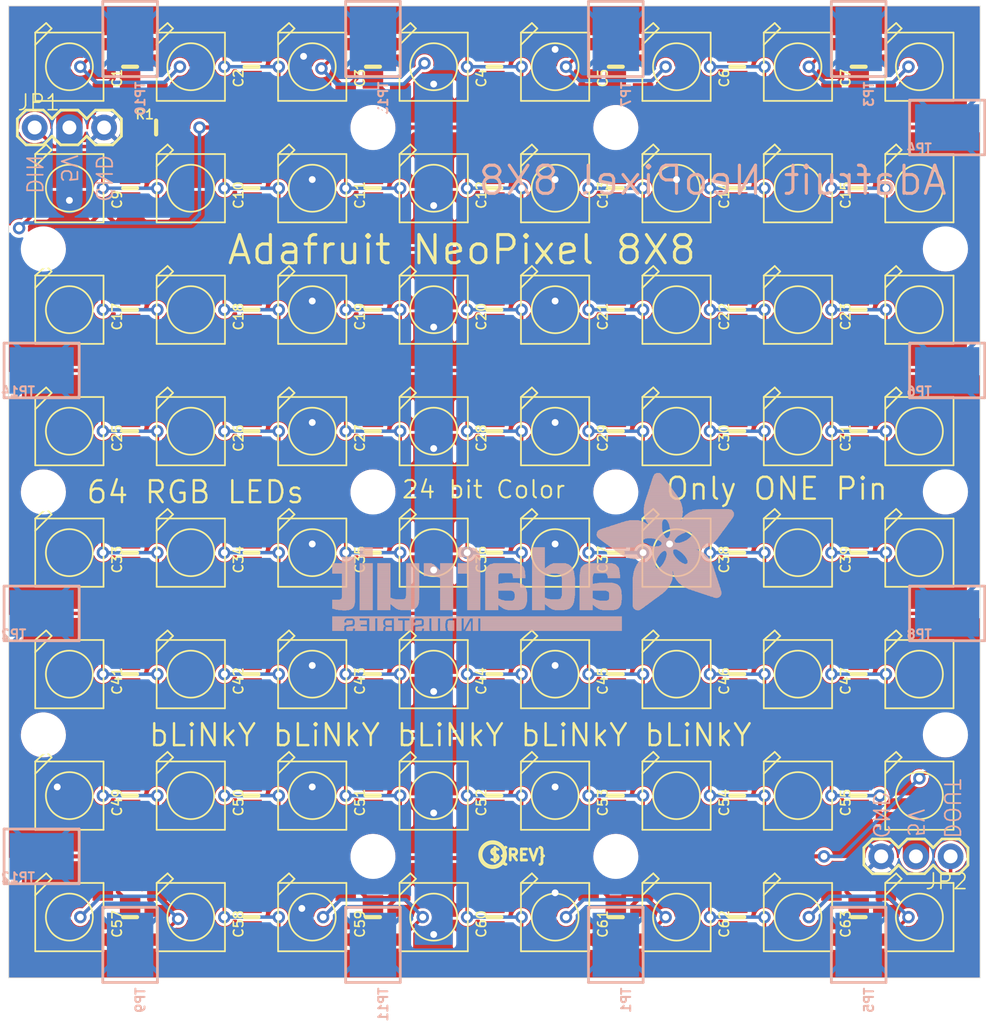
<source format=kicad_pcb>
(kicad_pcb (version 20221018) (generator pcbnew)
  (layers (0 "F.Cu" signal) (31 "B.Cu" signal) (34 "B.Paste" user) (35 "F.Paste" user) (36 "B.SilkS" user "B.Silkscreen") (37 "F.SilkS" user "F.Silkscreen") (38 "B.Mask" user) (39 "F.Mask" user) (44 "Edge.Cuts" user))
  (net 0 "")
  (net 1 "GND")
  (net 2 "N$33")
  (net 3 "N$34")
  (net 4 "N$35")
  (net 5 "N$36")
  (net 6 "N$37")
  (net 7 "N$38")
  (net 8 "N$39")
  (net 9 "N$40")
  (net 10 "N$41")
  (net 11 "N$42")
  (net 12 "N$43")
  (net 13 "N$44")
  (net 14 "N$45")
  (net 15 "N$46")
  (net 16 "N$47")
  (net 17 "N$48")
  (net 18 "N$49")
  (net 19 "N$50")
  (net 20 "N$51")
  (net 21 "N$52")
  (net 22 "N$53")
  (net 23 "N$54")
  (net 24 "N$55")
  (net 25 "N$56")
  (net 26 "N$57")
  (net 27 "N$58")
  (net 28 "N$59")
  (net 29 "N$60")
  (net 30 "N$93")
  (net 31 "N$94")
  (net 32 "N$95")
  (net 33 "N$96")
  (net 34 "N$97")
  (net 35 "N$98")
  (net 36 "N$99")
  (net 37 "N$100")
  (net 38 "N$101")
  (net 39 "N$102")
  (net 40 "N$103")
  (net 41 "N$104")
  (net 42 "N$105")
  (net 43 "N$106")
  (net 44 "N$107")
  (net 45 "N$108")
  (net 46 "N$109")
  (net 47 "N$110")
  (net 48 "N$111")
  (net 49 "N$112")
  (net 50 "N$113")
  (net 51 "N$114")
  (net 52 "N$115")
  (net 53 "N$116")
  (net 54 "N$117")
  (net 55 "N$118")
  (net 56 "N$119")
  (net 57 "N$120")
  (net 58 "VDD")
  (net 59 "N$2")
  (net 60 "N$3")
  (net 61 "N$4")
  (net 62 "N$5")
  (net 63 "N$6")
  (net 64 "N$7")
  (net 65 "N$8")
  (net 66 "N$1")
  (net 67 "N$9")
  (net 68 "N$10")
  (footprint "" (layer "F.Cu") (at 157.3911 131.6736)
    (fp_text reference "@HOLE11" hide)
    (fp_text value "")
  )
  (footprint "working:WS2812B" (layer "F.Cu") (at 152.9461 136.1186)
    (fp_text reference "LED61" hide)
    (fp_text value "WS2812B5050" hide)
  )
  (footprint "working:0805-NO" (layer "F.Cu") (at 148.5011 100.5586 90)
    (fp_text reference "C28")
    (fp_text value "")
  )
  (footprint "working:WS2812B" (layer "F.Cu") (at 179.6161 82.7786)
    (fp_text reference "LED16" hide)
    (fp_text value "WS2812B5050" hide)
  )
  (footprint "working:WS2812B" (layer "F.Cu") (at 179.6161 127.2286)
    (fp_text reference "LED56" hide)
    (fp_text value "WS2812B5050" hide)
  )
  (footprint "working:WS2812B" (layer "F.Cu") (at 179.6161 118.3386)
    (fp_text reference "LED48" hide)
    (fp_text value "WS2812B5050" hide)
  )
  (footprint "working:WS2812B" (layer "F.Cu") (at 161.8361 73.8886)
    (fp_text reference "LED6" hide)
    (fp_text value "WS2812B5050" hide)
  )
  (footprint "working:PCBFEAT-REV-040" (layer "F.Cu") (at 148.3741 131.5466)
    (fp_text reference "U$2" hide)
    (fp_text value "" hide)
  )
  (footprint "working:WS2812B" (layer "F.Cu") (at 179.6161 73.8886)
    (fp_text reference "LED8" hide)
    (fp_text value "WS2812B5050" hide)
  )
  (footprint "working:WS2812B" (layer "F.Cu") (at 161.8361 127.2286)
    (fp_text reference "LED54" hide)
    (fp_text value "WS2812B5050" hide)
  )
  (footprint "working:WS2812B" (layer "F.Cu") (at 144.0561 109.4486)
    (fp_text reference "LED36" hide)
    (fp_text value "WS2812B5050" hide)
  )
  (footprint "working:0805-NO" (layer "F.Cu") (at 139.6111 91.6686 90)
    (fp_text reference "C19")
    (fp_text value "")
  )
  (footprint "working:FIDUCIAL_1MM" (layer "F.Cu") (at 121.4501 131.6736)
    (fp_text reference "FID2" hide)
    (fp_text value "FIDUCIAL\"\"" hide)
  )
  (footprint "working:0805-NO" (layer "F.Cu") (at 175.1711 91.6686 90)
    (fp_text reference "C23")
    (fp_text value "")
  )
  (footprint "working:WS2812B" (layer "F.Cu") (at 144.0561 136.1186)
    (fp_text reference "LED60" hide)
    (fp_text value "WS2812B5050" hide)
  )
  (footprint "working:0805-NO" (layer "F.Cu") (at 148.5011 91.6686 90)
    (fp_text reference "C20")
    (fp_text value "")
  )
  (footprint "working:0805-NO" (layer "F.Cu") (at 121.8311 136.1186 90)
    (fp_text reference "C57")
    (fp_text value "")
  )
  (footprint "working:0805-NO" (layer "F.Cu") (at 130.7211 109.4486 90)
    (fp_text reference "C34")
    (fp_text value "")
  )
  (footprint "working:WS2812B" (layer "F.Cu") (at 117.3861 136.1186)
    (fp_text reference "LED57" hide)
    (fp_text value "WS2812B5050" hide)
  )
  (footprint "working:WS2812B" (layer "F.Cu") (at 170.7261 136.1186)
    (fp_text reference "LED63" hide)
    (fp_text value "WS2812B5050" hide)
  )
  (footprint "working:0805-NO" (layer "F.Cu") (at 166.2811 91.6686 90)
    (fp_text reference "C22")
    (fp_text value "")
  )
  (footprint "working:0805-NO" (layer "F.Cu") (at 175.1711 109.4486 90)
    (fp_text reference "C39")
    (fp_text value "")
  )
  (footprint "working:FIDUCIAL_1MM" (layer "F.Cu") (at 175.1711 78.7146)
    (fp_text reference "FID3" hide)
    (fp_text value "FIDUCIAL\"\"" hide)
  )
  (footprint "" (layer "F.Cu") (at 181.5211 105.0036)
    (fp_text reference "@HOLE4" hide)
    (fp_text value "")
  )
  (footprint "working:WS2812B" (layer "F.Cu") (at 161.8361 82.7786)
    (fp_text reference "LED14" hide)
    (fp_text value "WS2812B5050" hide)
  )
  (footprint "" (layer "F.Cu") (at 157.3911 78.3336)
    (fp_text reference "@HOLE7" hide)
    (fp_text value "")
  )
  (footprint "working:WS2812B" (layer "F.Cu") (at 135.1661 118.3386)
    (fp_text reference "LED43" hide)
    (fp_text value "WS2812B5050" hide)
  )
  (footprint "working:0805-NO" (layer "F.Cu") (at 130.7211 136.1186 90)
    (fp_text reference "C58")
    (fp_text value "")
  )
  (footprint "working:0805-NO" (layer "F.Cu") (at 139.6111 136.1186 90)
    (fp_text reference "C59")
    (fp_text value "")
  )
  (footprint "working:WS2812B" (layer "F.Cu") (at 135.1661 91.6686)
    (fp_text reference "LED19" hide)
    (fp_text value "WS2812B5050" hide)
  )
  (footprint "working:0805-NO" (layer "F.Cu") (at 148.5011 118.3386 90)
    (fp_text reference "C44")
    (fp_text value "")
  )
  (footprint "working:0805-NO" (layer "F.Cu") (at 175.1711 73.8886 90)
    (fp_text reference "C7")
    (fp_text value "")
  )
  (footprint "working:0805-NO" (layer "F.Cu") (at 175.1711 100.5586 90)
    (fp_text reference "C31")
    (fp_text value "")
  )
  (footprint "working:0805-NO" (layer "F.Cu") (at 139.6111 109.4486 90)
    (fp_text reference "C35")
    (fp_text value "")
  )
  (footprint "working:0805-NO" (layer "F.Cu") (at 148.5011 109.4486 90)
    (fp_text reference "C36")
    (fp_text value "")
  )
  (footprint "working:WS2812B" (layer "F.Cu") (at 135.1661 82.7786)
    (fp_text reference "LED11" hide)
    (fp_text value "WS2812B5050" hide)
  )
  (footprint "working:WS2812B" (layer "F.Cu") (at 179.6161 100.5586)
    (fp_text reference "LED32" hide)
    (fp_text value "WS2812B5050" hide)
  )
  (footprint "working:0805-NO" (layer "F.Cu") (at 166.2811 73.8886 90)
    (fp_text reference "C6")
    (fp_text value "")
  )
  (footprint "working:WS2812B" (layer "F.Cu") (at 126.2761 91.6686)
    (fp_text reference "LED18" hide)
    (fp_text value "WS2812B5050" hide)
  )
  (footprint "" (layer "F.Cu") (at 139.6111 105.0036)
    (fp_text reference "@HOLE8" hide)
    (fp_text value "")
  )
  (footprint "working:WS2812B" (layer "F.Cu") (at 135.1661 100.5586)
    (fp_text reference "LED27" hide)
    (fp_text value "WS2812B5050" hide)
  )
  (footprint "working:WS2812B" (layer "F.Cu") (at 117.3861 82.7786)
    (fp_text reference "LED9" hide)
    (fp_text value "WS2812B5050" hide)
  )
  (footprint "working:0805-NO" (layer "F.Cu") (at 121.8311 127.2286 90)
    (fp_text reference "C49")
    (fp_text value "")
  )
  (footprint "" (layer "F.Cu") (at 115.4811 87.2236)
    (fp_text reference "@HOLE0" hide)
    (fp_text value "")
  )
  (footprint "working:WS2812B" (layer "F.Cu") (at 152.9461 73.8886)
    (fp_text reference "LED5" hide)
    (fp_text value "WS2812B5050" hide)
  )
  (footprint "working:WS2812B" (layer "F.Cu") (at 170.7261 127.2286)
    (fp_text reference "LED55" hide)
    (fp_text value "WS2812B5050" hide)
  )
  (footprint "working:WS2812B" (layer "F.Cu") (at 179.6161 91.6686)
    (fp_text reference "LED24" hide)
    (fp_text value "WS2812B5050" hide)
  )
  (footprint "" (layer "F.Cu") (at 157.3911 105.0036)
    (fp_text reference "@HOLE9" hide)
    (fp_text value "")
  )
  (footprint "working:0805-NO" (layer "F.Cu") (at 139.6111 82.7786 90)
    (fp_text reference "C11")
    (fp_text value "")
  )
  (footprint "working:WS2812B" (layer "F.Cu") (at 117.3861 100.5586)
    (fp_text reference "LED25" hide)
    (fp_text value "WS2812B5050" hide)
  )
  (footprint "working:0805-NO" (layer "F.Cu") (at 121.8311 118.3386 90)
    (fp_text reference "C41")
    (fp_text value "")
  )
  (footprint "working:WS2812B" (layer "F.Cu") (at 170.7261 100.5586)
    (fp_text reference "LED31" hide)
    (fp_text value "WS2812B5050" hide)
  )
  (footprint "working:WS2812B" (layer "F.Cu") (at 144.0561 127.2286)
    (fp_text reference "LED52" hide)
    (fp_text value "WS2812B5050" hide)
  )
  (footprint "working:WS2812B" (layer "F.Cu") (at 126.2761 127.2286)
    (fp_text reference "LED50" hide)
    (fp_text value "WS2812B5050" hide)
  )
  (footprint "working:WS2812B" (layer "F.Cu") (at 170.7261 118.3386)
    (fp_text reference "LED47" hide)
    (fp_text value "WS2812B5050" hide)
  )
  (footprint "working:0805-NO" (layer "F.Cu") (at 175.1711 82.7786 90)
    (fp_text reference "C15")
    (fp_text value "")
  )
  (footprint "working:WS2812B" (layer "F.Cu") (at 117.3861 109.4486)
    (fp_text reference "LED33" hide)
    (fp_text value "WS2812B5050" hide)
  )
  (footprint "" (layer "F.Cu") (at 139.6111 131.6736)
    (fp_text reference "@HOLE10" hide)
    (fp_text value "")
  )
  (footprint "working:0805-NO" (layer "F.Cu") (at 139.6111 73.8886 90)
    (fp_text reference "C3")
    (fp_text value "")
  )
  (footprint "working:WS2812B" (layer "F.Cu") (at 170.7261 91.6686)
    (fp_text reference "LED23" hide)
    (fp_text value "WS2812B5050" hide)
  )
  (footprint "working:WS2812B" (layer "F.Cu") (at 179.6161 136.1186)
    (fp_text reference "LED64" hide)
    (fp_text value "WS2812B5050" hide)
  )
  (footprint "working:WS2812B" (layer "F.Cu") (at 135.1661 136.1186)
    (fp_text reference "LED59" hide)
    (fp_text value "WS2812B5050" hide)
  )
  (footprint "working:0805-NO" (layer "F.Cu") (at 166.2811 127.2286 90)
    (fp_text reference "C54")
    (fp_text value "")
  )
  (footprint "working:0805-NO" (layer "F.Cu") (at 166.2811 136.1186 90)
    (fp_text reference "C62")
    (fp_text value "")
  )
  (footprint "working:WS2812B" (layer "F.Cu") (at 126.2761 73.8886)
    (fp_text reference "LED2" hide)
    (fp_text value "WS2812B5050" hide)
  )
  (footprint "working:0805-NO" (layer "F.Cu") (at 130.7211 127.2286 90)
    (fp_text reference "C50")
    (fp_text value "")
  )
  (footprint "working:WS2812B" (layer "F.Cu") (at 152.9461 118.3386)
    (fp_text reference "LED45" hide)
    (fp_text value "WS2812B5050" hide)
  )
  (footprint "working:WS2812B" (layer "F.Cu") (at 179.6161 109.4486)
    (fp_text reference "LED40" hide)
    (fp_text value "WS2812B5050" hide)
  )
  (footprint "working:0805-NO" (layer "F.Cu") (at 157.3911 91.6686 90)
    (fp_text reference "C21")
    (fp_text value "")
  )
  (footprint "working:1X03" (layer "F.Cu") (at 181.9021 131.6736 180)
    (fp_text reference "JP2")
    (fp_text value "")
  )
  (footprint "" (layer "F.Cu") (at 115.4811 122.7836)
    (fp_text reference "@HOLE2" hide)
    (fp_text value "")
  )
  (footprint "working:WS2812B" (layer "F.Cu") (at 144.0561 82.7786)
    (fp_text reference "LED12" hide)
    (fp_text value "WS2812B5050" hide)
  )
  (footprint "working:0805-NO" (layer "F.Cu") (at 175.1711 127.2286 90)
    (fp_text reference "C55")
    (fp_text value "")
  )
  (footprint "working:0805-NO" (layer "F.Cu") (at 157.3911 100.5586 90)
    (fp_text reference "C29")
    (fp_text value "")
  )
  (footprint "working:0805-NO" (layer "F.Cu") (at 157.3911 127.2286 90)
    (fp_text reference "C53")
    (fp_text value "")
  )
  (footprint "working:WS2812B" (layer "F.Cu") (at 161.8361 136.1186)
    (fp_text reference "LED62" hide)
    (fp_text value "WS2812B5050" hide)
  )
  (footprint "working:WS2812B" (layer "F.Cu") (at 152.9461 109.4486)
    (fp_text reference "LED37" hide)
    (fp_text value "WS2812B5050" hide)
  )
  (footprint "working:WS2812B" (layer "F.Cu") (at 161.8361 91.6686)
    (fp_text reference "LED22" hide)
    (fp_text value "WS2812B5050" hide)
  )
  (footprint "working:0805-NO" (layer "F.Cu") (at 121.8311 73.8886 90)
    (fp_text reference "C1")
    (fp_text value "")
  )
  (footprint "working:0805-NO" (layer "F.Cu") (at 121.8311 109.4486 90)
    (fp_text reference "C33")
    (fp_text value "")
  )
  (footprint "working:0805-NO" (layer "F.Cu") (at 157.3911 118.3386 90)
    (fp_text reference "C45")
    (fp_text value "")
  )
  (footprint "working:WS2812B" (layer "F.Cu") (at 170.7261 82.7786)
    (fp_text reference "LED15" hide)
    (fp_text value "WS2812B5050" hide)
  )
  (footprint "working:FIDUCIAL_1MM" (layer "F.Cu") (at 118.4021 86.8426)
    (fp_text reference "FID1" hide)
    (fp_text value "FIDUCIAL\"\"" hide)
  )
  (footprint "" (layer "F.Cu") (at 115.4811 105.0036)
    (fp_text reference "@HOLE1" hide)
    (fp_text value "")
  )
  (footprint "working:1X03" (layer "F.Cu") (at 114.8461 78.3336)
    (fp_text reference "JP1")
    (fp_text value "")
  )
  (footprint "working:0805-NO" (layer "F.Cu") (at 139.6111 127.2286 90)
    (fp_text reference "C51")
    (fp_text value "")
  )
  (footprint "working:WS2812B" (layer "F.Cu") (at 126.2761 100.5586)
    (fp_text reference "LED26" hide)
    (fp_text value "WS2812B5050" hide)
  )
  (footprint "working:WS2812B" (layer "F.Cu") (at 170.7261 109.4486)
    (fp_text reference "LED39" hide)
    (fp_text value "WS2812B5050" hide)
  )
  (footprint "" (layer "F.Cu") (at 181.5211 122.7836)
    (fp_text reference "@HOLE3" hide)
    (fp_text value "")
  )
  (footprint "working:0805-NO" (layer "F.Cu") (at 148.5011 73.8886 90)
    (fp_text reference "C4")
    (fp_text value "")
  )
  (footprint "working:0805-NO" (layer "F.Cu") (at 130.7211 100.5586 90)
    (fp_text reference "C26")
    (fp_text value "")
  )
  (footprint "working:0805-NO" (layer "F.Cu") (at 175.1711 118.3386 90)
    (fp_text reference "C47")
    (fp_text value "")
  )
  (footprint "working:0805-NO" (layer "F.Cu") (at 130.7211 82.7786 90)
    (fp_text reference "C10")
    (fp_text value "")
  )
  (footprint "working:0805-NO" (layer "F.Cu") (at 123.7361 78.3336)
    (fp_text reference "R1")
    (fp_text value "")
  )
  (footprint "working:WS2812B" (layer "F.Cu") (at 161.8361 100.5586)
    (fp_text reference "LED30" hide)
    (fp_text value "WS2812B5050" hide)
  )
  (footprint "working:WS2812B" (layer "F.Cu") (at 126.2761 82.7786)
    (fp_text reference "LED10" hide)
    (fp_text value "WS2812B5050" hide)
  )
  (footprint "working:WS2812B" (layer "F.Cu") (at 135.1661 109.4486)
    (fp_text reference "LED35" hide)
    (fp_text value "WS2812B5050" hide)
  )
  (footprint "working:WS2812B" (layer "F.Cu") (at 126.2761 109.4486)
    (fp_text reference "LED34" hide)
    (fp_text value "WS2812B5050" hide)
  )
  (footprint "working:WS2812B" (layer "F.Cu") (at 144.0561 118.3386)
    (fp_text reference "LED44" hide)
    (fp_text value "WS2812B5050" hide)
  )
  (footprint "working:WS2812B" (layer "F.Cu") (at 170.7261 73.8886)
    (fp_text reference "LED7" hide)
    (fp_text value "WS2812B5050" hide)
  )
  (footprint "working:0805-NO" (layer "F.Cu") (at 130.7211 91.6686 90)
    (fp_text reference "C18")
    (fp_text value "")
  )
  (footprint "working:0805-NO" (layer "F.Cu") (at 157.3911 82.7786 90)
    (fp_text reference "C13")
    (fp_text value "")
  )
  (footprint "working:0805-NO" (layer "F.Cu") (at 157.3911 109.4486 90)
    (fp_text reference "C37")
    (fp_text value "")
  )
  (footprint "working:WS2812B" (layer "F.Cu") (at 161.8361 118.3386)
    (fp_text reference "LED46" hide)
    (fp_text value "WS2812B5050" hide)
  )
  (footprint "" (layer "F.Cu") (at 181.5211 87.2236)
    (fp_text reference "@HOLE5" hide)
    (fp_text value "")
  )
  (footprint "working:WS2812B" (layer "F.Cu") (at 126.2761 136.1186)
    (fp_text reference "LED58" hide)
    (fp_text value "WS2812B5050" hide)
  )
  (footprint "working:0805-NO" (layer "F.Cu") (at 121.8311 100.5586 90)
    (fp_text reference "C25")
    (fp_text value "")
  )
  (footprint "working:0805-NO" (layer "F.Cu") (at 148.5011 127.2286 90)
    (fp_text reference "C52")
    (fp_text value "")
  )
  (footprint "working:WS2812B" (layer "F.Cu") (at 117.3861 118.3386)
    (fp_text reference "LED41" hide)
    (fp_text value "WS2812B5050" hide)
  )
  (footprint "working:WS2812B" (layer "F.Cu") (at 144.0561 100.5586)
    (fp_text reference "LED28" hide)
    (fp_text value "WS2812B5050" hide)
  )
  (footprint "working:0805-NO" (layer "F.Cu") (at 130.7211 73.8886 90)
    (fp_text reference "C2")
    (fp_text value "")
  )
  (footprint "working:WS2812B" (layer "F.Cu") (at 117.3861 127.2286)
    (fp_text reference "LED49" hide)
    (fp_text value "WS2812B5050" hide)
  )
  (footprint "working:WS2812B" (layer "F.Cu") (at 135.1661 73.8886)
    (fp_text reference "LED3" hide)
    (fp_text value "WS2812B5050" hide)
  )
  (footprint "working:WS2812B" (layer "F.Cu") (at 135.1661 127.2286)
    (fp_text reference "LED51" hide)
    (fp_text value "WS2812B5050" hide)
  )
  (footprint "working:WS2812B" (layer "F.Cu") (at 161.8361 109.4486)
    (fp_text reference "LED38" hide)
    (fp_text value "WS2812B5050" hide)
  )
  (footprint "working:0805-NO" (layer "F.Cu") (at 166.2811 109.4486 90)
    (fp_text reference "C38")
    (fp_text value "")
  )
  (footprint "working:WS2812B" (layer "F.Cu") (at 152.9461 100.5586)
    (fp_text reference "LED29" hide)
    (fp_text value "WS2812B5050" hide)
  )
  (footprint "" (layer "F.Cu") (at 139.6111 78.3336)
    (fp_text reference "@HOLE6" hide)
    (fp_text value "")
  )
  (footprint "working:WS2812B" (layer "F.Cu") (at 152.9461 91.6686)
    (fp_text reference "LED21" hide)
    (fp_text value "WS2812B5050" hide)
  )
  (footprint "working:0805-NO" (layer "F.Cu") (at 166.2811 82.7786 90)
    (fp_text reference "C14")
    (fp_text value "")
  )
  (footprint "working:WS2812B" (layer "F.Cu") (at 126.2761 118.3386)
    (fp_text reference "LED42" hide)
    (fp_text value "WS2812B5050" hide)
  )
  (footprint "working:WS2812B" (layer "F.Cu") (at 152.9461 82.7786)
    (fp_text reference "LED13" hide)
    (fp_text value "WS2812B5050" hide)
  )
  (footprint "working:0805-NO" (layer "F.Cu") (at 175.1711 136.1186 90)
    (fp_text reference "C63")
    (fp_text value "")
  )
  (footprint "working:0805-NO" (layer "F.Cu") (at 121.8311 91.6686 90)
    (fp_text reference "C17")
    (fp_text value "")
  )
  (footprint "working:0805-NO" (layer "F.Cu") (at 157.3911 73.8886 90)
    (fp_text reference "C5")
    (fp_text value "")
  )
  (footprint "working:0805-NO" (layer "F.Cu") (at 148.5011 82.7786 90)
    (fp_text reference "C12")
    (fp_text value "")
  )
  (footprint "working:0805-NO" (layer "F.Cu") (at 121.8311 82.7786 90)
    (fp_text reference "C9")
    (fp_text value "")
  )
  (footprint "working:WS2812B" (layer "F.Cu") (at 117.3861 91.6686)
    (fp_text reference "LED17" hide)
    (fp_text value "WS2812B5050" hide)
  )
  (footprint "working:0805-NO" (layer "F.Cu") (at 157.3911 136.1186 90)
    (fp_text reference "C61")
    (fp_text value "")
  )
  (footprint "working:WS2812B" (layer "F.Cu") (at 117.3861 73.8886)
    (fp_text reference "LED1" hide)
    (fp_text value "WS2812B5050" hide)
  )
  (footprint "working:0805-NO" (layer "F.Cu") (at 130.7211 118.3386 90)
    (fp_text reference "C42")
    (fp_text value "")
  )
  (footprint "working:WS2812B" (layer "F.Cu") (at 144.0561 91.6686)
    (fp_text reference "LED20" hide)
    (fp_text value "WS2812B5050" hide)
  )
  (footprint "working:WS2812B" (layer "F.Cu") (at 144.0561 73.8886)
    (fp_text reference "LED4" hide)
    (fp_text value "WS2812B5050" hide)
  )
  (footprint "working:0805-NO" (layer "F.Cu") (at 139.6111 100.5586 90)
    (fp_text reference "C27")
    (fp_text value "")
  )
  (footprint "working:0805-NO" (layer "F.Cu") (at 139.6111 118.3386 90)
    (fp_text reference "C43")
    (fp_text value "")
  )
  (footprint "working:0805-NO" (layer "F.Cu") (at 166.2811 100.5586 90)
    (fp_text reference "C30")
    (fp_text value "")
  )
  (footprint "working:0805-NO" (layer "F.Cu") (at 166.2811 118.3386 90)
    (fp_text reference "C46")
    (fp_text value "")
  )
  (footprint "working:0805-NO" (layer "F.Cu") (at 148.5011 136.1186 90)
    (fp_text reference "C60")
    (fp_text value "")
  )
  (footprint "working:WS2812B" (layer "F.Cu") (at 152.9461 127.2286)
    (fp_text reference "LED53" hide)
    (fp_text value "WS2812B5050" hide)
  )
  (footprint "working:TESTPOINT_SMT" (layer "B.Cu") (at 139.6111 138.1506 -90)
    (fp_text reference "TP11")
    (fp_text value "")
  )
  (footprint "working:TESTPOINT_SMT" (layer "B.Cu") (at 181.6481 113.8936 180)
    (fp_text reference "TP8")
    (fp_text value "")
  )
  (footprint "working:TESTPOINT_SMT" (layer "B.Cu") (at 175.1711 71.8566 -90)
    (fp_text reference "TP3")
    (fp_text value "")
  )
  (footprint "working:TESTPOINT_SMT" (layer "B.Cu") (at 115.3541 96.1136 180)
    (fp_text reference "TP14")
    (fp_text value "")
  )
  (footprint "working:TESTPOINT_SMT" (layer "B.Cu") (at 115.3541 131.6736 180)
    (fp_text reference "TP12")
    (fp_text value "")
  )
  (footprint "working:TESTPOINT_SMT" (layer "B.Cu") (at 175.1711 138.1506 -90)
    (fp_text reference "TP5")
    (fp_text value "")
  )
  (footprint "working:TESTPOINT_SMT" (layer "B.Cu") (at 157.3911 71.8566 -90)
    (fp_text reference "TP7")
    (fp_text value "")
  )
  (footprint "working:TESTPOINT_SMT" (layer "B.Cu") (at 121.8311 138.1506 -90)
    (fp_text reference "TP9")
    (fp_text value "")
  )
  (footprint "working:TESTPOINT_SMT" (layer "B.Cu") (at 181.6481 96.1136 180)
    (fp_text reference "TP6")
    (fp_text value "")
  )
  (footprint "working:TESTPOINT_SMT" (layer "B.Cu") (at 121.8311 71.8566 -90)
    (fp_text reference "TP10")
    (fp_text value "")
  )
  (footprint "working:TESTPOINT_SMT" (layer "B.Cu") (at 157.3911 138.1506 -90)
    (fp_text reference "TP1")
    (fp_text value "")
  )
  (footprint "working:ADAFRUIT_TEXT_30MM" (layer "B.Cu") (at 166.2811 115.1636 180)
    (fp_text reference "U$1" hide)
    (fp_text value "" hide)
  )
  (footprint "working:TESTPOINT_SMT" (layer "B.Cu") (at 181.6481 78.3336 180)
    (fp_text reference "TP4")
    (fp_text value "")
  )
  (footprint "working:TESTPOINT_SMT" (layer "B.Cu") (at 139.6111 71.8566 -90)
    (fp_text reference "TP13")
    (fp_text value "")
  )
  (footprint "working:TESTPOINT_SMT" (layer "B.Cu") (at 115.3541 113.8936 180)
    (fp_text reference "TP2")
    (fp_text value "")
  )
  (gr_line (start 112.9411 69.4436) (end 112.9411 140.5636) (stroke (width 0.05)) (layer "Edge.Cuts"))
  (gr_line (start 112.9411 140.5636) (end 184.0611 140.5636) (stroke (width 0.05)) (layer "Edge.Cuts"))
  (gr_line (start 184.0611 140.5636) (end 184.0611 69.4436) (stroke (width 0.05)) (layer "Edge.Cuts"))
  (gr_line (start 184.0611 69.4436) (end 112.9411 69.4436) (stroke (width 0.05)) (layer "Edge.Cuts"))
  (gr_text "DOUT" (at 181.3306 130.4671 -90) (layer "B.SilkS") (effects (font (size 1.143 1.143) (thickness 0.127)) (justify left bottom mirror)))
  (gr_text "5V" (at 178.6636 130.3401 -90) (layer "B.SilkS") (effects (font (size 1.143 1.143) (thickness 0.127)) (justify left bottom mirror)))
  (gr_text "Adafruit NeoPixel 8X8" (at 181.7751 83.4136) (layer "B.SilkS") (effects (font (size 2.0574 2.0574) (thickness 0.2286)) (justify left bottom mirror)))
  (gr_text "5V" (at 118.0211 80.2386 -90) (layer "B.SilkS") (effects (font (size 1.143 1.143) (thickness 0.127)) (justify right top mirror)))
  (gr_text "DIN" (at 115.4811 80.2386 -90) (layer "B.SilkS") (effects (font (size 1.143 1.143) (thickness 0.127)) (justify right top mirror)))
  (gr_text "GND" (at 120.5611 80.2386 -90) (layer "B.SilkS") (effects (font (size 1.143 1.143) (thickness 0.127)) (justify right top mirror)))
  (gr_text "GND" (at 176.1236 130.4671 -90) (layer "B.SilkS") (effects (font (size 1.143 1.143) (thickness 0.127)) (justify left bottom mirror)))
  (gr_text "64 RGB LEDs" (at 118.5291 105.9561) (layer "F.SilkS") (effects (font (size 1.6002 1.6002) (thickness 0.1778)) (justify left bottom)))
  (gr_text "Adafruit NeoPixel 8X8" (at 128.8161 88.4936) (layer "F.SilkS") (effects (font (size 2.0574 2.0574) (thickness 0.2286)) (justify left bottom)))
  (gr_text "24 bit Color" (at 141.6431 105.5751) (layer "F.SilkS") (effects (font (size 1.28016 1.28016) (thickness 0.14224)) (justify left bottom)))
  (gr_text "Only ONE Pin" (at 160.9471 105.7021) (layer "F.SilkS") (effects (font (size 1.6002 1.6002) (thickness 0.1778)) (justify left bottom)))
  (gr_text "bLiNkY bLiNkY bLiNkY bLiNkY bLiNkY" (at 123.1011 123.7361) (layer "F.SilkS") (effects (font (size 1.6002 1.6002) (thickness 0.1778)) (justify left bottom)))
  (segment (start 158.0251 81.1286) (end 159.3861 81.1286) (width 0.3048) (layer "F.Cu") (net 1))
  (segment (start 140.2451 81.1286) (end 141.6061 81.1286) (width 0.3048) (layer "F.Cu") (net 1))
  (segment (start 158.0251 134.4686) (end 159.3861 134.4686) (width 0.3048) (layer "F.Cu") (net 1))
  (segment (start 139.6111 135.1686) (end 139.9921 134.7216) (width 0.3048) (layer "F.Cu") (net 1))
  (segment (start 141.0071 134.4686) (end 141.6061 134.4686) (width 0.3048) (layer "F.Cu") (net 1))
  (segment (start 140.2451 107.7986) (end 141.6061 107.7986) (width 0.3048) (layer "F.Cu") (net 1))
  (segment (start 158.0251 107.7986) (end 159.3861 107.7986) (width 0.3048) (layer "F.Cu") (net 1))
  (segment (start 157.3911 108.4986) (end 158.0251 107.7986) (width 0.3048) (layer "F.Cu") (net 1))
  (segment (start 139.6111 108.4986) (end 140.2451 107.7986) (width 0.3048) (layer "F.Cu") (net 1))
  (segment (start 140.7541 134.7216) (end 141.0071 134.4686) (width 0.3048) (layer "F.Cu") (net 1))
  (segment (start 157.3911 81.8286) (end 158.0251 81.1286) (width 0.3048) (layer "F.Cu") (net 1))
  (segment (start 157.3911 135.1686) (end 158.0251 134.4686) (width 0.3048) (layer "F.Cu") (net 1))
  (segment (start 139.9921 134.7216) (end 140.7541 134.7216) (width 0.3048) (layer "F.Cu") (net 1))
  (segment (start 139.6111 81.8286) (end 140.2451 81.1286) (width 0.3048) (layer "F.Cu") (net 1))
  (via (at 134.4041 135.4836) (size 0.9064) (drill 0.5) (layers "F.Cu" "B.Cu") (net 1))
  (via (at 161.3281 108.8136) (size 0.9064) (drill 0.5) (layers "F.Cu" "B.Cu") (net 1))
  (via (at 116.4971 126.5936) (size 0.9064) (drill 0.5) (layers "F.Cu" "B.Cu") (net 1))
  (via (at 134.5311 73.1266) (size 0.9064) (drill 0.5) (layers "F.Cu" "B.Cu") (net 1))
  (via (at 135.1661 126.5936) (size 0.9064) (drill 0.5) (layers "F.Cu" "B.Cu") (net 1))
  (via (at 152.9461 82.1436) (size 0.9064) (drill 0.5) (layers "F.Cu" "B.Cu") (net 1))
  (via (at 152.9461 117.7036) (size 0.9064) (drill 0.5) (layers "F.Cu" "B.Cu") (net 1))
  (via (at 161.8361 82.1436) (size 0.9064) (drill 0.5) (layers "F.Cu" "B.Cu") (net 1))
  (via (at 135.1661 117.7036) (size 0.9064) (drill 0.5) (layers "F.Cu" "B.Cu") (net 1))
  (via (at 135.1661 99.9236) (size 0.9064) (drill 0.5) (layers "F.Cu" "B.Cu") (net 1))
  (via (at 135.1661 91.0336) (size 0.9064) (drill 0.5) (layers "F.Cu" "B.Cu") (net 1))
  (via (at 152.9461 99.9236) (size 0.9064) (drill 0.5) (layers "F.Cu" "B.Cu") (net 1))
  (via (at 152.9461 134.3406) (size 0.9064) (drill 0.5) (layers "F.Cu" "B.Cu") (net 1))
  (via (at 152.9461 91.0336) (size 0.9064) (drill 0.5) (layers "F.Cu" "B.Cu") (net 1))
  (via (at 152.9461 126.5936) (size 0.9064) (drill 0.5) (layers "F.Cu" "B.Cu") (net 1))
  (via (at 152.9461 72.6186) (size 0.9064) (drill 0.5) (layers "F.Cu" "B.Cu") (net 1))
  (via (at 135.1661 108.8136) (size 0.9064) (drill 0.5) (layers "F.Cu" "B.Cu") (net 1))
  (via (at 135.1661 82.1436) (size 0.9064) (drill 0.5) (layers "F.Cu" "B.Cu") (net 1))
  (via (at 152.9461 108.8136) (size 0.9064) (drill 0.5) (layers "F.Cu" "B.Cu") (net 1))
  (segment (start 123.8261 93.3186) (end 123.8261 91.6686) (width 0.254) (layer "F.Cu") (net 2))
  (segment (start 119.8361 90.0186) (end 119.8361 91.6686) (width 0.254) (layer "F.Cu") (net 2))
  (via (at 123.8261 91.6686) (size 0.9064) (drill 0.5) (layers "F.Cu" "B.Cu") (net 2))
  (via (at 119.8361 91.6686) (size 0.9064) (drill 0.5) (layers "F.Cu" "B.Cu") (net 2))
  (segment (start 123.8261 91.6686) (end 119.8361 91.6686) (width 0.254) (layer "B.Cu") (net 2))
  (segment (start 123.8261 102.2086) (end 123.8261 100.5586) (width 0.254) (layer "F.Cu") (net 3))
  (segment (start 119.8361 100.5586) (end 119.8361 98.9086) (width 0.254) (layer "F.Cu") (net 3))
  (via (at 119.8361 100.5586) (size 0.9064) (drill 0.5) (layers "F.Cu" "B.Cu") (net 3))
  (via (at 123.8261 100.5586) (size 0.9064) (drill 0.5) (layers "F.Cu" "B.Cu") (net 3))
  (segment (start 123.8261 100.5586) (end 119.8361 100.5586) (width 0.254) (layer "B.Cu") (net 3))
  (segment (start 132.7161 102.2086) (end 132.7161 100.5586) (width 0.254) (layer "F.Cu") (net 4))
  (segment (start 128.7261 98.9086) (end 128.7261 100.5586) (width 0.254) (layer "F.Cu") (net 4))
  (via (at 128.7261 100.5586) (size 0.9064) (drill 0.5) (layers "F.Cu" "B.Cu") (net 4))
  (via (at 132.7161 100.5586) (size 0.9064) (drill 0.5) (layers "F.Cu" "B.Cu") (net 4))
  (segment (start 128.7261 100.5586) (end 132.7161 100.5586) (width 0.254) (layer "B.Cu") (net 4))
  (segment (start 128.7261 73.8886) (end 128.7261 72.2386) (width 0.254) (layer "F.Cu") (net 5))
  (segment (start 132.7161 75.5386) (end 132.7161 73.8886) (width 0.254) (layer "F.Cu") (net 5))
  (via (at 132.7161 73.8886) (size 0.9064) (drill 0.5) (layers "F.Cu" "B.Cu") (net 5))
  (via (at 128.7261 73.8886) (size 0.9064) (drill 0.5) (layers "F.Cu" "B.Cu") (net 5))
  (segment (start 132.7161 73.8886) (end 128.7261 73.8886) (width 0.254) (layer "B.Cu") (net 5))
  (segment (start 141.6061 75.5386) (end 143.3841 73.6346) (width 0.254) (layer "F.Cu") (net 6))
  (segment (start 135.8381 74.0156) (end 137.6161 72.2386) (width 0.254) (layer "F.Cu") (net 6))
  (via (at 135.8381 74.0156) (size 0.9064) (drill 0.5) (layers "F.Cu" "B.Cu") (net 6))
  (via (at 143.3841 73.6346) (size 0.9064) (drill 0.5) (layers "F.Cu" "B.Cu") (net 6))
  (segment (start 136.9441 75.1586) (end 135.8381 74.0156) (width 0.254) (layer "B.Cu") (net 6))
  (segment (start 141.8601 75.1586) (end 136.9441 75.1586) (width 0.254) (layer "B.Cu") (net 6))
  (segment (start 143.3841 73.6346) (end 141.8601 75.1586) (width 0.254) (layer "B.Cu") (net 6))
  (segment (start 150.4961 75.5386) (end 150.4961 73.8886) (width 0.254) (layer "F.Cu") (net 7))
  (segment (start 146.5061 73.8886) (end 146.5061 72.2386) (width 0.254) (layer "F.Cu") (net 7))
  (via (at 150.4961 73.8886) (size 0.9064) (drill 0.5) (layers "F.Cu" "B.Cu") (net 7))
  (via (at 146.5061 73.8886) (size 0.9064) (drill 0.5) (layers "F.Cu" "B.Cu") (net 7))
  (segment (start 150.4961 73.8886) (end 146.5061 73.8886) (width 0.254) (layer "B.Cu") (net 7))
  (segment (start 153.7451 73.8886) (end 155.3961 72.2386) (width 0.254) (layer "F.Cu") (net 8))
  (segment (start 159.3861 75.5386) (end 161.0371 73.8886) (width 0.254) (layer "F.Cu") (net 8))
  (via (at 153.7451 73.8886) (size 0.9064) (drill 0.5) (layers "F.Cu" "B.Cu") (net 8))
  (via (at 161.0371 73.8886) (size 0.9064) (drill 0.5) (layers "F.Cu" "B.Cu") (net 8))
  (segment (start 160.0581 74.9046) (end 154.7611 74.9046) (width 0.254) (layer "B.Cu") (net 8))
  (segment (start 161.0371 73.8886) (end 160.0581 74.9046) (width 0.254) (layer "B.Cu") (net 8))
  (segment (start 154.7611 74.9046) (end 153.7451 73.8886) (width 0.254) (layer "B.Cu") (net 8))
  (segment (start 168.2761 75.5386) (end 168.2761 73.8886) (width 0.254) (layer "F.Cu") (net 9))
  (segment (start 164.2861 73.8886) (end 164.2861 72.2386) (width 0.254) (layer "F.Cu") (net 9))
  (via (at 164.2861 73.8886) (size 0.9064) (drill 0.5) (layers "F.Cu" "B.Cu") (net 9))
  (via (at 168.2761 73.8886) (size 0.9064) (drill 0.5) (layers "F.Cu" "B.Cu") (net 9))
  (segment (start 168.2761 73.8886) (end 164.2861 73.8886) (width 0.254) (layer "B.Cu") (net 9))
  (segment (start 173.1761 72.2386) (end 171.5251 73.8886) (width 0.254) (layer "F.Cu") (net 10))
  (segment (start 177.1661 75.5386) (end 178.8171 73.8886) (width 0.254) (layer "F.Cu") (net 10))
  (via (at 171.5251 73.8886) (size 0.9064) (drill 0.5) (layers "F.Cu" "B.Cu") (net 10))
  (via (at 178.8171 73.8886) (size 0.9064) (drill 0.5) (layers "F.Cu" "B.Cu") (net 10))
  (segment (start 177.7111 75.0316) (end 172.6681 75.0316) (width 0.254) (layer "B.Cu") (net 10))
  (segment (start 172.6681 75.0316) (end 171.5251 73.8886) (width 0.254) (layer "B.Cu") (net 10))
  (segment (start 178.8171 73.8886) (end 177.7111 75.0316) (width 0.254) (layer "B.Cu") (net 10))
  (segment (start 132.7161 84.4286) (end 132.7161 82.7786) (width 0.254) (layer "F.Cu") (net 11))
  (segment (start 128.7261 82.7786) (end 128.7261 81.1286) (width 0.254) (layer "F.Cu") (net 11))
  (via (at 128.7261 82.7786) (size 0.9064) (drill 0.5) (layers "F.Cu" "B.Cu") (net 11))
  (via (at 132.7161 82.7786) (size 0.9064) (drill 0.5) (layers "F.Cu" "B.Cu") (net 11))
  (segment (start 132.7161 82.7786) (end 128.7261 82.7786) (width 0.254) (layer "B.Cu") (net 11))
  (segment (start 141.6061 84.4286) (end 141.6061 82.7786) (width 0.254) (layer "F.Cu") (net 12))
  (segment (start 137.6161 81.1286) (end 137.6161 82.7786) (width 0.254) (layer "F.Cu") (net 12))
  (via (at 141.6061 82.7786) (size 0.9064) (drill 0.5) (layers "F.Cu" "B.Cu") (net 12))
  (via (at 137.6161 82.7786) (size 0.9064) (drill 0.5) (layers "F.Cu" "B.Cu") (net 12))
  (segment (start 141.6061 82.7786) (end 137.6161 82.7786) (width 0.254) (layer "B.Cu") (net 12))
  (segment (start 146.5061 82.7786) (end 146.5061 81.1286) (width 0.254) (layer "F.Cu") (net 13))
  (segment (start 150.4961 84.4286) (end 150.4961 82.7786) (width 0.254) (layer "F.Cu") (net 13))
  (via (at 150.4961 82.7786) (size 0.9064) (drill 0.5) (layers "F.Cu" "B.Cu") (net 13))
  (via (at 146.5061 82.7786) (size 0.9064) (drill 0.5) (layers "F.Cu" "B.Cu") (net 13))
  (segment (start 150.4961 82.7786) (end 146.5061 82.7786) (width 0.254) (layer "B.Cu") (net 13))
  (segment (start 159.3861 84.4286) (end 159.3861 82.7786) (width 0.254) (layer "F.Cu") (net 14))
  (segment (start 155.3961 82.7786) (end 155.3961 81.1286) (width 0.254) (layer "F.Cu") (net 14))
  (via (at 159.3861 82.7786) (size 0.9064) (drill 0.5) (layers "F.Cu" "B.Cu") (net 14))
  (via (at 155.3961 82.7786) (size 0.9064) (drill 0.5) (layers "F.Cu" "B.Cu") (net 14))
  (segment (start 159.3861 82.7786) (end 155.3961 82.7786) (width 0.254) (layer "B.Cu") (net 14))
  (segment (start 168.2761 84.4286) (end 168.2761 82.7786) (width 0.254) (layer "F.Cu") (net 15))
  (segment (start 164.2861 82.7786) (end 164.2861 81.1286) (width 0.254) (layer "F.Cu") (net 15))
  (via (at 168.2761 82.7786) (size 0.9064) (drill 0.5) (layers "F.Cu" "B.Cu") (net 15))
  (via (at 164.2861 82.7786) (size 0.9064) (drill 0.5) (layers "F.Cu" "B.Cu") (net 15))
  (segment (start 168.2761 82.7786) (end 164.2861 82.7786) (width 0.254) (layer "B.Cu") (net 15))
  (segment (start 173.1761 82.7786) (end 173.1761 81.1286) (width 0.254) (layer "F.Cu") (net 16))
  (segment (start 177.1661 84.4286) (end 177.1661 82.7786) (width 0.254) (layer "F.Cu") (net 16))
  (via (at 177.1661 82.7786) (size 0.9064) (drill 0.5) (layers "F.Cu" "B.Cu") (net 16))
  (via (at 173.1761 82.7786) (size 0.9064) (drill 0.5) (layers "F.Cu" "B.Cu") (net 16))
  (segment (start 177.1661 82.7786) (end 173.1761 82.7786) (width 0.254) (layer "B.Cu") (net 16))
  (segment (start 128.7261 91.6686) (end 128.7261 90.0186) (width 0.254) (layer "F.Cu") (net 17))
  (segment (start 132.7161 93.3186) (end 132.7161 91.6686) (width 0.254) (layer "F.Cu") (net 17))
  (via (at 128.7261 91.6686) (size 0.9064) (drill 0.5) (layers "F.Cu" "B.Cu") (net 17))
  (via (at 132.7161 91.6686) (size 0.9064) (drill 0.5) (layers "F.Cu" "B.Cu") (net 17))
  (segment (start 132.7161 91.6686) (end 128.7261 91.6686) (width 0.254) (layer "B.Cu") (net 17))
  (segment (start 141.6061 93.3186) (end 141.6061 91.6686) (width 0.254) (layer "F.Cu") (net 18))
  (segment (start 137.6161 91.6686) (end 137.6161 90.0186) (width 0.254) (layer "F.Cu") (net 18))
  (via (at 141.6061 91.6686) (size 0.9064) (drill 0.5) (layers "F.Cu" "B.Cu") (net 18))
  (via (at 137.6161 91.6686) (size 0.9064) (drill 0.5) (layers "F.Cu" "B.Cu") (net 18))
  (segment (start 141.6061 91.6686) (end 137.6161 91.6686) (width 0.254) (layer "B.Cu") (net 18))
  (segment (start 146.5061 91.6686) (end 146.5061 90.0186) (width 0.254) (layer "F.Cu") (net 19))
  (segment (start 150.4961 93.3186) (end 150.4961 91.6686) (width 0.254) (layer "F.Cu") (net 19))
  (via (at 150.4961 91.6686) (size 0.9064) (drill 0.5) (layers "F.Cu" "B.Cu") (net 19))
  (via (at 146.5061 91.6686) (size 0.9064) (drill 0.5) (layers "F.Cu" "B.Cu") (net 19))
  (segment (start 150.4961 91.6686) (end 146.5061 91.6686) (width 0.254) (layer "B.Cu") (net 19))
  (segment (start 155.3961 91.6686) (end 155.3961 90.0186) (width 0.254) (layer "F.Cu") (net 20))
  (segment (start 159.3861 93.3186) (end 159.3861 91.6686) (width 0.254) (layer "F.Cu") (net 20))
  (via (at 159.3861 91.6686) (size 0.9064) (drill 0.5) (layers "F.Cu" "B.Cu") (net 20))
  (via (at 155.3961 91.6686) (size 0.9064) (drill 0.5) (layers "F.Cu" "B.Cu") (net 20))
  (segment (start 159.3861 91.6686) (end 155.3961 91.6686) (width 0.254) (layer "B.Cu") (net 20))
  (segment (start 168.2761 93.3186) (end 168.2761 91.6686) (width 0.254) (layer "F.Cu") (net 21))
  (segment (start 164.2861 91.6686) (end 164.2861 90.0186) (width 0.254) (layer "F.Cu") (net 21))
  (via (at 168.2761 91.6686) (size 0.9064) (drill 0.5) (layers "F.Cu" "B.Cu") (net 21))
  (via (at 164.2861 91.6686) (size 0.9064) (drill 0.5) (layers "F.Cu" "B.Cu") (net 21))
  (segment (start 168.2761 91.6686) (end 164.2861 91.6686) (width 0.254) (layer "B.Cu") (net 21))
  (segment (start 173.1761 91.6686) (end 173.1761 90.0186) (width 0.254) (layer "F.Cu") (net 22))
  (segment (start 177.1661 93.3186) (end 177.1661 91.6686) (width 0.254) (layer "F.Cu") (net 22))
  (via (at 177.1661 91.6686) (size 0.9064) (drill 0.5) (layers "F.Cu" "B.Cu") (net 22))
  (via (at 173.1761 91.6686) (size 0.9064) (drill 0.5) (layers "F.Cu" "B.Cu") (net 22))
  (segment (start 177.1661 91.6686) (end 173.1761 91.6686) (width 0.254) (layer "B.Cu") (net 22))
  (segment (start 141.6061 102.2086) (end 141.6061 100.5586) (width 0.254) (layer "F.Cu") (net 23))
  (segment (start 137.6161 100.5586) (end 137.6161 98.9086) (width 0.254) (layer "F.Cu") (net 23))
  (via (at 137.6161 100.5586) (size 0.9064) (drill 0.5) (layers "F.Cu" "B.Cu") (net 23))
  (via (at 141.6061 100.5586) (size 0.9064) (drill 0.5) (layers "F.Cu" "B.Cu") (net 23))
  (segment (start 141.6061 100.5586) (end 137.6161 100.5586) (width 0.254) (layer "B.Cu") (net 23))
  (segment (start 150.4961 102.2086) (end 150.4961 100.5586) (width 0.254) (layer "F.Cu") (net 24))
  (segment (start 146.5061 100.5586) (end 146.5061 98.9086) (width 0.254) (layer "F.Cu") (net 24))
  (via (at 150.4961 100.5586) (size 0.9064) (drill 0.5) (layers "F.Cu" "B.Cu") (net 24))
  (via (at 146.5061 100.5586) (size 0.9064) (drill 0.5) (layers "F.Cu" "B.Cu") (net 24))
  (segment (start 150.4961 100.5586) (end 146.5061 100.5586) (width 0.254) (layer "B.Cu") (net 24))
  (segment (start 159.3861 102.2086) (end 159.3861 100.5586) (width 0.254) (layer "F.Cu") (net 25))
  (segment (start 155.3961 100.5586) (end 155.3961 98.9086) (width 0.254) (layer "F.Cu") (net 25))
  (via (at 155.3961 100.5586) (size 0.9064) (drill 0.5) (layers "F.Cu" "B.Cu") (net 25))
  (via (at 159.3861 100.5586) (size 0.9064) (drill 0.5) (layers "F.Cu" "B.Cu") (net 25))
  (segment (start 159.3861 100.5586) (end 155.3961 100.5586) (width 0.254) (layer "B.Cu") (net 25))
  (segment (start 168.2761 102.2086) (end 168.2761 100.5586) (width 0.254) (layer "F.Cu") (net 26))
  (segment (start 164.2861 98.9086) (end 164.2861 100.5586) (width 0.254) (layer "F.Cu") (net 26))
  (via (at 164.2861 100.5586) (size 0.9064) (drill 0.5) (layers "F.Cu" "B.Cu") (net 26))
  (via (at 168.2761 100.5586) (size 0.9064) (drill 0.5) (layers "F.Cu" "B.Cu") (net 26))
  (segment (start 168.2761 100.5586) (end 164.2861 100.5586) (width 0.254) (layer "B.Cu") (net 26))
  (segment (start 173.1761 100.5586) (end 173.1761 98.9086) (width 0.254) (layer "F.Cu") (net 27))
  (segment (start 177.1661 102.2086) (end 177.1661 100.5586) (width 0.254) (layer "F.Cu") (net 27))
  (via (at 177.1661 100.5586) (size 0.9064) (drill 0.5) (layers "F.Cu" "B.Cu") (net 27))
  (via (at 173.1761 100.5586) (size 0.9064) (drill 0.5) (layers "F.Cu" "B.Cu") (net 27))
  (segment (start 177.1661 100.5586) (end 173.1761 100.5586) (width 0.254) (layer "B.Cu") (net 27))
  (segment (start 118.1851 73.8886) (end 119.8361 72.2386) (width 0.254) (layer "F.Cu") (net 28))
  (segment (start 123.8261 75.5386) (end 125.4771 73.8886) (width 0.254) (layer "F.Cu") (net 28))
  (via (at 118.1851 73.8886) (size 0.9064) (drill 0.5) (layers "F.Cu" "B.Cu") (net 28))
  (via (at 125.4771 73.8886) (size 0.9064) (drill 0.5) (layers "F.Cu" "B.Cu") (net 28))
  (segment (start 119.3281 75.0316) (end 118.1851 73.8886) (width 0.254) (layer "B.Cu") (net 28))
  (segment (start 124.3711 75.0316) (end 119.3281 75.0316) (width 0.254) (layer "B.Cu") (net 28))
  (segment (start 125.4771 73.8886) (end 124.3711 75.0316) (width 0.254) (layer "B.Cu") (net 28))
  (segment (start 119.8361 81.1286) (end 119.8361 82.7786) (width 0.254) (layer "F.Cu") (net 29))
  (segment (start 123.8261 84.4286) (end 123.8261 82.7786) (width 0.254) (layer "F.Cu") (net 29))
  (via (at 123.8261 82.7786) (size 0.9064) (drill 0.5) (layers "F.Cu" "B.Cu") (net 29))
  (via (at 119.8361 82.7786) (size 0.9064) (drill 0.5) (layers "F.Cu" "B.Cu") (net 29))
  (segment (start 119.8361 82.7786) (end 123.8261 82.7786) (width 0.254) (layer "B.Cu") (net 29))
  (segment (start 119.8361 127.2286) (end 119.8361 125.5786) (width 0.254) (layer "F.Cu") (net 30))
  (segment (start 123.8261 128.8786) (end 123.8261 127.2286) (width 0.254) (layer "F.Cu") (net 30))
  (via (at 119.8361 127.2286) (size 0.9064) (drill 0.5) (layers "F.Cu" "B.Cu") (net 30))
  (via (at 123.8261 127.2286) (size 0.9064) (drill 0.5) (layers "F.Cu" "B.Cu") (net 30))
  (segment (start 123.8261 127.2286) (end 119.8361 127.2286) (width 0.254) (layer "B.Cu") (net 30))
  (segment (start 123.8261 137.7686) (end 125.3501 136.2456) (width 0.254) (layer "F.Cu") (net 31))
  (segment (start 118.1851 136.1186) (end 119.8361 134.4686) (width 0.254) (layer "F.Cu") (net 31))
  (via (at 125.3501 136.2456) (size 0.9064) (drill 0.5) (layers "F.Cu" "B.Cu") (net 31))
  (via (at 118.1851 136.1186) (size 0.9064) (drill 0.5) (layers "F.Cu" "B.Cu") (net 31))
  (segment (start 119.7091 134.5946) (end 118.1851 136.1186) (width 0.254) (layer "B.Cu") (net 31))
  (segment (start 123.7361 134.5946) (end 119.7091 134.5946) (width 0.254) (layer "B.Cu") (net 31))
  (segment (start 125.3501 136.2456) (end 123.7361 134.5946) (width 0.254) (layer "B.Cu") (net 31))
  (segment (start 132.7161 137.7686) (end 132.7161 136.1186) (width 0.254) (layer "F.Cu") (net 32))
  (segment (start 128.7261 136.1186) (end 128.7261 134.4686) (width 0.254) (layer "F.Cu") (net 32))
  (via (at 128.7261 136.1186) (size 0.9064) (drill 0.5) (layers "F.Cu" "B.Cu") (net 32))
  (via (at 132.7161 136.1186) (size 0.9064) (drill 0.5) (layers "F.Cu" "B.Cu") (net 32))
  (segment (start 132.7161 136.1186) (end 128.7261 136.1186) (width 0.254) (layer "B.Cu") (net 32))
  (segment (start 128.7261 109.4486) (end 128.7261 107.7986) (width 0.254) (layer "F.Cu") (net 33))
  (segment (start 132.7161 111.0986) (end 132.7161 109.4486) (width 0.254) (layer "F.Cu") (net 33))
  (via (at 128.7261 109.4486) (size 0.9064) (drill 0.5) (layers "F.Cu" "B.Cu") (net 33))
  (via (at 132.7161 109.4486) (size 0.9064) (drill 0.5) (layers "F.Cu" "B.Cu") (net 33))
  (segment (start 132.7161 109.4486) (end 128.7261 109.4486) (width 0.254) (layer "B.Cu") (net 33))
  (segment (start 137.6161 109.4486) (end 137.6161 107.7986) (width 0.254) (layer "F.Cu") (net 34))
  (segment (start 141.6061 111.0986) (end 141.6061 109.4486) (width 0.254) (layer "F.Cu") (net 34))
  (via (at 137.6161 109.4486) (size 0.9064) (drill 0.5) (layers "F.Cu" "B.Cu") (net 34))
  (via (at 141.6061 109.4486) (size 0.9064) (drill 0.5) (layers "F.Cu" "B.Cu") (net 34))
  (segment (start 141.6061 109.4486) (end 137.6161 109.4486) (width 0.254) (layer "B.Cu") (net 34))
  (segment (start 146.5061 109.4486) (end 146.5061 107.7986) (width 0.254) (layer "F.Cu") (net 35))
  (segment (start 150.4961 111.0986) (end 150.4961 109.4486) (width 0.254) (layer "F.Cu") (net 35))
  (via (at 146.5061 109.4486) (size 0.9064) (drill 0.5) (layers "F.Cu" "B.Cu") (net 35))
  (via (at 150.4961 109.4486) (size 0.9064) (drill 0.5) (layers "F.Cu" "B.Cu") (net 35))
  (segment (start 150.4961 109.4486) (end 146.5061 109.4486) (width 0.254) (layer "B.Cu") (net 35))
  (segment (start 159.3861 111.0986) (end 159.3861 109.4486) (width 0.254) (layer "F.Cu") (net 36))
  (segment (start 155.3961 109.4486) (end 155.3961 107.7986) (width 0.254) (layer "F.Cu") (net 36))
  (via (at 155.3961 109.4486) (size 0.9064) (drill 0.5) (layers "F.Cu" "B.Cu") (net 36))
  (via (at 159.3861 109.4486) (size 0.9064) (drill 0.5) (layers "F.Cu" "B.Cu") (net 36))
  (segment (start 159.3861 109.4486) (end 155.3961 109.4486) (width 0.254) (layer "B.Cu") (net 36))
  (segment (start 168.2761 111.0986) (end 168.2761 109.4486) (width 0.254) (layer "F.Cu") (net 37))
  (segment (start 164.2861 109.4486) (end 164.2861 107.7986) (width 0.254) (layer "F.Cu") (net 37))
  (via (at 164.2861 109.4486) (size 0.9064) (drill 0.5) (layers "F.Cu" "B.Cu") (net 37))
  (via (at 168.2761 109.4486) (size 0.9064) (drill 0.5) (layers "F.Cu" "B.Cu") (net 37))
  (segment (start 168.2761 109.4486) (end 164.2861 109.4486) (width 0.254) (layer "B.Cu") (net 37))
  (segment (start 173.1761 109.4486) (end 173.1761 107.7986) (width 0.254) (layer "F.Cu") (net 38))
  (segment (start 177.1661 111.0986) (end 177.1661 109.4486) (width 0.254) (layer "F.Cu") (net 38))
  (via (at 173.1761 109.4486) (size 0.9064) (drill 0.5) (layers "F.Cu" "B.Cu") (net 38))
  (via (at 177.1661 109.4486) (size 0.9064) (drill 0.5) (layers "F.Cu" "B.Cu") (net 38))
  (segment (start 177.1661 109.4486) (end 173.1761 109.4486) (width 0.254) (layer "B.Cu") (net 38))
  (segment (start 132.7161 119.9886) (end 132.7161 118.3386) (width 0.254) (layer "F.Cu") (net 39))
  (segment (start 128.7261 116.6886) (end 128.7261 118.3386) (width 0.254) (layer "F.Cu") (net 39))
  (via (at 132.7161 118.3386) (size 0.9064) (drill 0.5) (layers "F.Cu" "B.Cu") (net 39))
  (via (at 128.7261 118.3386) (size 0.9064) (drill 0.5) (layers "F.Cu" "B.Cu") (net 39))
  (segment (start 132.7161 118.3386) (end 128.7261 118.3386) (width 0.254) (layer "B.Cu") (net 39))
  (segment (start 141.6061 119.9886) (end 141.6061 118.3386) (width 0.254) (layer "F.Cu") (net 40))
  (segment (start 137.6161 116.6886) (end 137.6161 118.3386) (width 0.254) (layer "F.Cu") (net 40))
  (via (at 137.6161 118.3386) (size 0.9064) (drill 0.5) (layers "F.Cu" "B.Cu") (net 40))
  (via (at 141.6061 118.3386) (size 0.9064) (drill 0.5) (layers "F.Cu" "B.Cu") (net 40))
  (segment (start 141.6061 118.3386) (end 137.6161 118.3386) (width 0.254) (layer "B.Cu") (net 40))
  (segment (start 150.4961 119.9886) (end 150.4961 118.3386) (width 0.254) (layer "F.Cu") (net 41))
  (segment (start 146.5061 118.3386) (end 146.5061 116.6886) (width 0.254) (layer "F.Cu") (net 41))
  (via (at 150.4961 118.3386) (size 0.9064) (drill 0.5) (layers "F.Cu" "B.Cu") (net 41))
  (via (at 146.5061 118.3386) (size 0.9064) (drill 0.5) (layers "F.Cu" "B.Cu") (net 41))
  (segment (start 150.4961 118.3386) (end 146.5061 118.3386) (width 0.254) (layer "B.Cu") (net 41))
  (segment (start 155.3961 118.3386) (end 155.3961 116.6886) (width 0.254) (layer "F.Cu") (net 42))
  (segment (start 159.3861 119.9886) (end 159.3861 118.3386) (width 0.254) (layer "F.Cu") (net 42))
  (via (at 159.3861 118.3386) (size 0.9064) (drill 0.5) (layers "F.Cu" "B.Cu") (net 42))
  (via (at 155.3961 118.3386) (size 0.9064) (drill 0.5) (layers "F.Cu" "B.Cu") (net 42))
  (segment (start 159.3861 118.3386) (end 155.3961 118.3386) (width 0.254) (layer "B.Cu") (net 42))
  (segment (start 168.2761 119.9886) (end 168.2761 118.3386) (width 0.254) (layer "F.Cu") (net 43))
  (segment (start 164.2861 118.3386) (end 164.2861 116.6886) (width 0.254) (layer "F.Cu") (net 43))
  (via (at 164.2861 118.3386) (size 0.9064) (drill 0.5) (layers "F.Cu" "B.Cu") (net 43))
  (via (at 168.2761 118.3386) (size 0.9064) (drill 0.5) (layers "F.Cu" "B.Cu") (net 43))
  (segment (start 168.2761 118.3386) (end 164.2861 118.3386) (width 0.254) (layer "B.Cu") (net 43))
  (segment (start 177.1661 119.9886) (end 177.1661 118.3386) (width 0.254) (layer "F.Cu") (net 44))
  (segment (start 173.1761 118.3386) (end 173.1761 116.6886) (width 0.254) (layer "F.Cu") (net 44))
  (via (at 173.1761 118.3386) (size 0.9064) (drill 0.5) (layers "F.Cu" "B.Cu") (net 44))
  (via (at 177.1661 118.3386) (size 0.9064) (drill 0.5) (layers "F.Cu" "B.Cu") (net 44))
  (segment (start 177.1661 118.3386) (end 173.1761 118.3386) (width 0.254) (layer "B.Cu") (net 44))
  (segment (start 128.7261 127.2286) (end 128.7261 125.5786) (width 0.254) (layer "F.Cu") (net 45))
  (segment (start 132.7161 128.8786) (end 132.7161 127.2286) (width 0.254) (layer "F.Cu") (net 45))
  (via (at 128.7261 127.2286) (size 0.9064) (drill 0.5) (layers "F.Cu" "B.Cu") (net 45))
  (via (at 132.7161 127.2286) (size 0.9064) (drill 0.5) (layers "F.Cu" "B.Cu") (net 45))
  (segment (start 132.7161 127.2286) (end 128.7261 127.2286) (width 0.254) (layer "B.Cu") (net 45))
  (segment (start 141.6061 128.8786) (end 141.6061 127.2286) (width 0.254) (layer "F.Cu") (net 46))
  (segment (start 137.6161 127.2286) (end 137.6161 125.5786) (width 0.254) (layer "F.Cu") (net 46))
  (via (at 137.6161 127.2286) (size 0.9064) (drill 0.5) (layers "F.Cu" "B.Cu") (net 46))
  (via (at 141.6061 127.2286) (size 0.9064) (drill 0.5) (layers "F.Cu" "B.Cu") (net 46))
  (segment (start 141.6061 127.2286) (end 137.6161 127.2286) (width 0.254) (layer "B.Cu") (net 46))
  (segment (start 146.5061 127.2286) (end 146.5061 125.5786) (width 0.254) (layer "F.Cu") (net 47))
  (segment (start 150.4961 128.8786) (end 150.4961 127.2286) (width 0.254) (layer "F.Cu") (net 47))
  (via (at 150.4961 127.2286) (size 0.9064) (drill 0.5) (layers "F.Cu" "B.Cu") (net 47))
  (via (at 146.5061 127.2286) (size 0.9064) (drill 0.5) (layers "F.Cu" "B.Cu") (net 47))
  (segment (start 150.4961 127.2286) (end 146.5061 127.2286) (width 0.254) (layer "B.Cu") (net 47))
  (segment (start 159.3861 128.8786) (end 159.3861 127.228596) (width 0.254) (layer "F.Cu") (net 48))
  (segment (start 155.3961 127.2286) (end 155.3961 125.5786) (width 0.254) (layer "F.Cu") (net 48))
  (via (at 159.3861 127.228596) (size 0.9064) (drill 0.5) (layers "F.Cu" "B.Cu") (net 48))
  (via (at 155.3961 127.2286) (size 0.9064) (drill 0.5) (layers "F.Cu" "B.Cu") (net 48))
  (segment (start 159.3861 127.228596) (end 155.3961 127.2286) (width 0.254) (layer "B.Cu") (net 48))
  (segment (start 168.2761 128.8786) (end 168.2761 127.2286) (width 0.254) (layer "F.Cu") (net 49))
  (segment (start 164.2861 127.2286) (end 164.2861 125.5786) (width 0.254) (layer "F.Cu") (net 49))
  (via (at 164.2861 127.2286) (size 0.9064) (drill 0.5) (layers "F.Cu" "B.Cu") (net 49))
  (via (at 168.2761 127.2286) (size 0.9064) (drill 0.5) (layers "F.Cu" "B.Cu") (net 49))
  (segment (start 168.2761 127.2286) (end 164.2861 127.2286) (width 0.254) (layer "B.Cu") (net 49))
  (segment (start 176.7216 128.8786) (end 177.1661 128.8786) (width 0.254) (layer "F.Cu") (net 50))
  (segment (start 176.7216 127.2286) (end 176.7216 128.8786) (width 0.254) (layer "F.Cu") (net 50))
  (segment (start 173.1761 125.5786) (end 173.1761 127.2286) (width 0.254) (layer "F.Cu") (net 50))
  (via (at 176.7216 127.2286) (size 0.9064) (drill 0.5) (layers "F.Cu" "B.Cu") (net 50))
  (via (at 173.1761 127.2286) (size 0.9064) (drill 0.5) (layers "F.Cu" "B.Cu") (net 50))
  (segment (start 176.7216 127.2286) (end 173.1761 127.2286) (width 0.254) (layer "B.Cu") (net 50))
  (segment (start 137.6161 134.4686) (end 135.9651 136.1186) (width 0.254) (layer "F.Cu") (net 51))
  (segment (start 141.6061 137.7686) (end 143.2571 136.1186) (width 0.254) (layer "F.Cu") (net 51))
  (via (at 143.2571 136.1186) (size 0.9064) (drill 0.5) (layers "F.Cu" "B.Cu") (net 51))
  (via (at 135.9651 136.1186) (size 0.9064) (drill 0.5) (layers "F.Cu" "B.Cu") (net 51))
  (segment (start 143.2571 136.1186) (end 142.0241 134.8486) (width 0.254) (layer "B.Cu") (net 51))
  (segment (start 137.2351 134.8486) (end 135.9651 136.1186) (width 0.254) (layer "B.Cu") (net 51))
  (segment (start 142.0241 134.8486) (end 137.2351 134.8486) (width 0.254) (layer "B.Cu") (net 51))
  (segment (start 146.5061 134.4686) (end 146.5061 136.1186) (width 0.254) (layer "F.Cu") (net 52))
  (segment (start 150.4961 137.7686) (end 150.4961 136.1186) (width 0.254) (layer "F.Cu") (net 52))
  (via (at 150.4961 136.1186) (size 0.9064) (drill 0.5) (layers "F.Cu" "B.Cu") (net 52))
  (via (at 146.5061 136.1186) (size 0.9064) (drill 0.5) (layers "F.Cu" "B.Cu") (net 52))
  (segment (start 150.4961 136.1186) (end 146.5061 136.1186) (width 0.254) (layer "B.Cu") (net 52))
  (segment (start 159.3861 137.7686) (end 161.0371 136.1186) (width 0.254) (layer "F.Cu") (net 53))
  (segment (start 153.7451 136.1186) (end 155.3961 134.4686) (width 0.254) (layer "F.Cu") (net 53))
  (via (at 161.0371 136.1186) (size 0.9064) (drill 0.5) (layers "F.Cu" "B.Cu") (net 53))
  (via (at 153.7451 136.1186) (size 0.9064) (drill 0.5) (layers "F.Cu" "B.Cu") (net 53))
  (segment (start 155.0151 134.8486) (end 153.7451 136.1186) (width 0.254) (layer "B.Cu") (net 53))
  (segment (start 161.0371 136.1186) (end 159.6771 134.8486) (width 0.254) (layer "B.Cu") (net 53))
  (segment (start 159.6771 134.8486) (end 155.0151 134.8486) (width 0.254) (layer "B.Cu") (net 53))
  (segment (start 168.2761 137.7686) (end 168.2761 136.1186) (width 0.254) (layer "F.Cu") (net 54))
  (segment (start 164.2861 136.1186) (end 164.2861 134.4686) (width 0.254) (layer "F.Cu") (net 54))
  (via (at 164.2861 136.1186) (size 0.9064) (drill 0.5) (layers "F.Cu" "B.Cu") (net 54))
  (via (at 168.2761 136.1186) (size 0.9064) (drill 0.5) (layers "F.Cu" "B.Cu") (net 54))
  (segment (start 168.2761 136.1186) (end 164.2861 136.1186) (width 0.254) (layer "B.Cu") (net 54))
  (segment (start 171.5251 136.1186) (end 173.1761 134.4686) (width 0.254) (layer "F.Cu") (net 55))
  (segment (start 177.1661 137.7686) (end 178.8171 136.1186) (width 0.254) (layer "F.Cu") (net 55))
  (via (at 178.8171 136.1186) (size 0.9064) (drill 0.5) (layers "F.Cu" "B.Cu") (net 55))
  (via (at 171.5251 136.1186) (size 0.9064) (drill 0.5) (layers "F.Cu" "B.Cu") (net 55))
  (segment (start 178.8171 136.1186) (end 177.3301 134.5946) (width 0.254) (layer "B.Cu") (net 55))
  (segment (start 177.3301 134.5946) (end 173.0491 134.5946) (width 0.254) (layer "B.Cu") (net 55))
  (segment (start 173.0491 134.5946) (end 171.5251 136.1186) (width 0.254) (layer "B.Cu") (net 55))
  (segment (start 119.8361 109.4486) (end 119.8361 107.7986) (width 0.254) (layer "F.Cu") (net 56))
  (segment (start 123.8261 111.0986) (end 123.8261 109.4486) (width 0.254) (layer "F.Cu") (net 56))
  (via (at 119.8361 109.4486) (size 0.9064) (drill 0.5) (layers "F.Cu" "B.Cu") (net 56))
  (via (at 123.8261 109.4486) (size 0.9064) (drill 0.5) (layers "F.Cu" "B.Cu") (net 56))
  (segment (start 123.8261 109.4486) (end 119.8361 109.4486) (width 0.254) (layer "B.Cu") (net 56))
  (segment (start 123.8261 119.9886) (end 123.8261 118.3386) (width 0.254) (layer "F.Cu") (net 57))
  (segment (start 119.8361 118.3386) (end 119.8361 116.6886) (width 0.254) (layer "F.Cu") (net 57))
  (via (at 123.8261 118.3386) (size 0.9064) (drill 0.5) (layers "F.Cu" "B.Cu") (net 57))
  (via (at 119.8361 118.3386) (size 0.9064) (drill 0.5) (layers "F.Cu" "B.Cu") (net 57))
  (segment (start 123.8261 118.3386) (end 119.8361 118.3386) (width 0.254) (layer "B.Cu") (net 57))
  (segment (start 117.3861 78.3336) (end 117.3861 77.0001) (width 1.9304) (layer "F.Cu") (net 58))
  (segment (start 179.3621 131.6736) (end 179.3621 130.2766) (width 1.9304) (layer "F.Cu") (net 58))
  (via (at 144.0561 110.7186) (size 0.9064) (drill 0.5) (layers "F.Cu" "B.Cu") (net 58))
  (via (at 144.0561 119.6086) (size 0.9064) (drill 0.5) (layers "F.Cu" "B.Cu") (net 58))
  (via (at 144.0561 84.0486) (size 0.9064) (drill 0.5) (layers "F.Cu" "B.Cu") (net 58))
  (via (at 144.0561 137.3886) (size 0.9064) (drill 0.5) (layers "F.Cu" "B.Cu") (net 58))
  (via (at 144.0561 92.9386) (size 0.9064) (drill 0.5) (layers "F.Cu" "B.Cu") (net 58))
  (via (at 144.0561 75.1586) (size 0.9064) (drill 0.5) (layers "F.Cu" "B.Cu") (net 58))
  (via (at 144.0561 128.4986) (size 0.9064) (drill 0.5) (layers "F.Cu" "B.Cu") (net 58))
  (via (at 144.0561 101.8286) (size 0.9064) (drill 0.5) (layers "F.Cu" "B.Cu") (net 58))
  (via (at 117.3861 83.6676) (size 0.9064) (drill 0.5) (layers "F.Cu" "B.Cu") (net 58))
  (segment (start 117.3861 78.3336) (end 117.3861 83.6676) (width 1.9304) (layer "B.Cu") (net 58))
  (segment (start 113.7031 85.6996) (end 114.9361 84.5196) (width 0.254) (layer "F.Cu") (net 59))
  (segment (start 183.4261 78.0796) (end 183.1721 78.3336) (width 0.254) (layer "F.Cu") (net 59))
  (segment (start 114.9361 84.5196) (end 114.9361 84.4286) (width 0.254) (layer "F.Cu") (net 59))
  (segment (start 154.5971 78.3336) (end 156.6291 80.3656) (width 0.3048) (layer "F.Cu") (net 59))
  (segment (start 138.8491 80.3656) (end 140.3731 80.3656) (width 0.3048) (layer "F.Cu") (net 59))
  (segment (start 136.8171 78.3336) (end 138.8491 80.3656) (width 0.3048) (layer "F.Cu") (net 59))
  (segment (start 173.0121 78.3336) (end 174.4091 76.9366) (width 0.3048) (layer "F.Cu") (net 59))
  (segment (start 183.4261 72.4926) (end 183.1721 72.2386) (width 0.254) (layer "F.Cu") (net 59))
  (segment (start 175.9331 76.9366) (end 177.3301 78.3336) (width 0.3048) (layer "F.Cu") (net 59))
  (segment (start 126.9111 78.3336) (end 136.8171 78.3336) (width 0.3048) (layer "F.Cu") (net 59))
  (segment (start 140.3731 80.3656) (end 142.4051 78.3336) (width 0.3048) (layer "F.Cu") (net 59))
  (segment (start 142.4051 78.3336) (end 154.5971 78.3336) (width 0.3048) (layer "F.Cu") (net 59))
  (segment (start 183.4261 72.4926) (end 183.4261 78.0796) (width 0.254) (layer "F.Cu") (net 59))
  (segment (start 183.1721 72.2386) (end 182.0661 72.2386) (width 0.254) (layer "F.Cu") (net 59))
  (segment (start 174.4091 76.9366) (end 175.9331 76.9366) (width 0.3048) (layer "F.Cu") (net 59))
  (segment (start 158.1531 80.3656) (end 160.1851 78.3336) (width 0.3048) (layer "F.Cu") (net 59))
  (segment (start 156.6291 80.3656) (end 158.1531 80.3656) (width 0.3048) (layer "F.Cu") (net 59))
  (segment (start 160.1851 78.3336) (end 173.0121 78.3336) (width 0.3048) (layer "F.Cu") (net 59))
  (segment (start 177.3301 78.3336) (end 183.1721 78.3336) (width 0.3048) (layer "F.Cu") (net 59))
  (via (at 126.9111 78.3336) (size 0.9064) (drill 0.5) (layers "F.Cu" "B.Cu") (net 59))
  (via (at 113.7031 85.6996) (size 0.9064) (drill 0.5) (layers "F.Cu" "B.Cu") (net 59))
  (segment (start 126.9111 84.6836) (end 126.9111 78.3336) (width 0.254) (layer "B.Cu") (net 59))
  (segment (start 114.0841 85.3186) (end 126.2761 85.3186) (width 0.254) (layer "B.Cu") (net 59))
  (segment (start 113.7031 85.6996) (end 114.0841 85.3186) (width 0.254) (layer "B.Cu") (net 59))
  (segment (start 126.2761 85.3186) (end 126.9111 84.6836) (width 0.254) (layer "B.Cu") (net 59))
  (segment (start 183.2991 85.3186) (end 183.4261 85.1916) (width 0.3048) (layer "F.Cu") (net 60))
  (segment (start 183.1721 81.1286) (end 182.0661 81.1286) (width 0.254) (layer "F.Cu") (net 60))
  (segment (start 120.0531 87.2236) (end 178.7271 87.2236) (width 0.3048) (layer "F.Cu") (net 60))
  (segment (start 113.5761 93.0646) (end 113.8301 93.3186) (width 0.254) (layer "F.Cu") (net 60))
  (segment (start 183.4261 81.3826) (end 183.4261 85.1916) (width 0.254) (layer "F.Cu") (net 60))
  (segment (start 178.7271 87.2236) (end 180.6321 85.3186) (width 0.3048) (layer "F.Cu") (net 60))
  (segment (start 180.6321 85.3186) (end 183.2991 85.3186) (width 0.3048) (layer "F.Cu") (net 60))
  (segment (start 113.4491 89.1286) (end 118.1481 89.1286) (width 0.3048) (layer "F.Cu") (net 60))
  (segment (start 113.5761 93.0646) (end 113.4491 92.9376) (width 0.3048) (layer "F.Cu") (net 60))
  (segment (start 118.1481 89.1286) (end 120.0531 87.2236) (width 0.3048) (layer "F.Cu") (net 60))
  (segment (start 113.8301 93.3186) (end 114.9361 93.3186) (width 0.254) (layer "F.Cu") (net 60))
  (segment (start 113.4491 92.9376) (end 113.4491 89.1286) (width 0.3048) (layer "F.Cu") (net 60))
  (segment (start 183.4261 81.3826) (end 183.1721 81.1286) (width 0.254) (layer "F.Cu") (net 60))
  (segment (start 183.1721 90.0186) (end 182.0661 90.0186) (width 0.254) (layer "F.Cu") (net 61))
  (segment (start 183.4261 90.2726) (end 183.1721 90.0186) (width 0.254) (layer "F.Cu") (net 61))
  (segment (start 183.1721 96.1136) (end 113.8301 96.1136) (width 0.254) (layer "F.Cu") (net 61))
  (segment (start 113.8301 96.1136) (end 113.5761 96.3676) (width 0.254) (layer "F.Cu") (net 61))
  (segment (start 113.8301 102.2086) (end 114.9361 102.2086) (width 0.254) (layer "F.Cu") (net 61))
  (segment (start 113.5761 96.3676) (end 113.5761 101.9546) (width 0.254) (layer "F.Cu") (net 61))
  (segment (start 113.5761 101.9546) (end 113.8301 102.2086) (width 0.254) (layer "F.Cu") (net 61))
  (segment (start 183.4261 90.2726) (end 183.4261 95.8596) (width 0.254) (layer "F.Cu") (net 61))
  (segment (start 183.4261 95.8596) (end 183.1721 96.1136) (width 0.254) (layer "F.Cu") (net 61))
  (segment (start 183.4261 108.0526) (end 183.4261 113.6396) (width 0.254) (layer "F.Cu") (net 62))
  (segment (start 113.5761 114.1476) (end 113.5761 119.7346) (width 0.254) (layer "F.Cu") (net 62))
  (segment (start 183.1721 107.7986) (end 182.0661 107.7986) (width 0.254) (layer "F.Cu") (net 62))
  (segment (start 113.8301 113.8936) (end 113.5761 114.1476) (width 0.254) (layer "F.Cu") (net 62))
  (segment (start 183.4261 113.6396) (end 183.1721 113.8936) (width 0.254) (layer "F.Cu") (net 62))
  (segment (start 183.4261 108.0526) (end 183.1721 107.7986) (width 0.254) (layer "F.Cu") (net 62))
  (segment (start 113.5761 119.7346) (end 113.8301 119.9886) (width 0.254) (layer "F.Cu") (net 62))
  (segment (start 113.8301 119.9886) (end 114.9361 119.9886) (width 0.254) (layer "F.Cu") (net 62))
  (segment (start 183.1721 113.8936) (end 113.8301 113.8936) (width 0.254) (layer "F.Cu") (net 62))
  (segment (start 113.5761 107.7976) (end 113.5761 110.8446) (width 0.254) (layer "F.Cu") (net 63))
  (segment (start 113.5761 107.4166) (end 113.5761 107.7976) (width 0.3048) (layer "F.Cu") (net 63))
  (segment (start 180.5051 103.0986) (end 178.8541 104.7496) (width 0.3048) (layer "F.Cu") (net 63))
  (segment (start 114.0841 106.9086) (end 113.5761 107.4166) (width 0.3048) (layer "F.Cu") (net 63))
  (segment (start 136.8171 105.0036) (end 118.6561 105.0036) (width 0.3048) (layer "F.Cu") (net 63))
  (segment (start 183.1721 103.0986) (end 180.5051 103.0986) (width 0.3048) (layer "F.Cu") (net 63))
  (segment (start 116.7511 106.9086) (end 114.0841 106.9086) (width 0.3048) (layer "F.Cu") (net 63))
  (segment (start 138.8491 107.0356) (end 136.8171 105.0036) (width 0.3048) (layer "F.Cu") (net 63))
  (segment (start 183.2991 100.1416) (end 183.2991 102.9716) (width 0.3048) (layer "F.Cu") (net 63))
  (segment (start 156.5021 106.9086) (end 154.5971 105.0036) (width 0.3048) (layer "F.Cu") (net 63))
  (segment (start 113.8301 111.0986) (end 114.9361 111.0986) (width 0.254) (layer "F.Cu") (net 63))
  (segment (start 154.5971 105.0036) (end 142.4051 105.0036) (width 0.3048) (layer "F.Cu") (net 63))
  (segment (start 113.5761 110.8446) (end 113.8301 111.0986) (width 0.254) (layer "F.Cu") (net 63))
  (segment (start 178.8541 104.7496) (end 160.4391 104.7496) (width 0.3048) (layer "F.Cu") (net 63))
  (segment (start 140.3731 107.0356) (end 138.8491 107.0356) (width 0.3048) (layer "F.Cu") (net 63))
  (segment (start 158.2801 106.9086) (end 156.5021 106.9086) (width 0.3048) (layer "F.Cu") (net 63))
  (segment (start 182.0661 98.9086) (end 183.2991 100.1416) (width 0.3048) (layer "F.Cu") (net 63))
  (segment (start 160.4391 104.7496) (end 158.2801 106.9086) (width 0.3048) (layer "F.Cu") (net 63))
  (segment (start 118.6561 105.0036) (end 116.7511 106.9086) (width 0.3048) (layer "F.Cu") (net 63))
  (segment (start 183.2991 102.9716) (end 183.1721 103.0986) (width 0.3048) (layer "F.Cu") (net 63))
  (segment (start 142.4051 105.0036) (end 140.3731 107.0356) (width 0.3048) (layer "F.Cu") (net 63))
  (segment (start 114.9361 128.8786) (end 116.7521 128.8786) (width 0.3048) (layer "F.Cu") (net 64))
  (segment (start 118.5291 122.7836) (end 178.2191 122.7836) (width 0.3048) (layer "F.Cu") (net 64))
  (segment (start 116.7521 128.8786) (end 117.5131 128.1176) (width 0.3048) (layer "F.Cu") (net 64))
  (segment (start 183.4261 117.7036) (end 182.4111 116.6886) (width 0.3048) (layer "F.Cu") (net 64))
  (segment (start 183.4261 120.7516) (end 183.4261 117.7036) (width 0.3048) (layer "F.Cu") (net 64))
  (segment (start 178.2191 122.7836) (end 180.1241 120.8786) (width 0.3048) (layer "F.Cu") (net 64))
  (segment (start 117.5131 128.1176) (end 117.5131 123.7996) (width 0.3048) (layer "F.Cu") (net 64))
  (segment (start 117.5131 123.7996) (end 118.5291 122.7836) (width 0.3048) (layer "F.Cu") (net 64))
  (segment (start 183.2991 120.8786) (end 183.4261 120.7516) (width 0.3048) (layer "F.Cu") (net 64))
  (segment (start 180.1241 120.8786) (end 183.2991 120.8786) (width 0.3048) (layer "F.Cu") (net 64))
  (segment (start 182.4111 116.6886) (end 182.0661 116.6886) (width 0.3048) (layer "F.Cu") (net 64))
  (segment (start 140.5001 133.5786) (end 142.2781 131.8006) (width 0.3048) (layer "F.Cu") (net 65))
  (segment (start 113.5761 137.5146) (end 113.5761 131.9276) (width 0.254) (layer "F.Cu") (net 65))
  (segment (start 136.6901 131.6736) (end 138.5951 133.5786) (width 0.3048) (layer "F.Cu") (net 65))
  (segment (start 138.5951 133.5786) (end 140.5001 133.5786) (width 0.3048) (layer "F.Cu") (net 65))
  (segment (start 154.4701 131.8006) (end 156.2481 133.5786) (width 0.3048) (layer "F.Cu") (net 65))
  (segment (start 156.2481 133.5786) (end 158.1531 133.5786) (width 0.3048) (layer "F.Cu") (net 65))
  (segment (start 122.3391 130.2766) (end 123.7361 131.6736) (width 0.3048) (layer "F.Cu") (net 65))
  (segment (start 160.0581 131.6736) (end 172.6311 131.6736) (width 0.3048) (layer "F.Cu") (net 65))
  (segment (start 113.8301 137.7686) (end 114.9361 137.7686) (width 0.254) (layer "F.Cu") (net 65))
  (segment (start 113.8301 131.6736) (end 119.1641 131.6736) (width 0.3048) (layer "F.Cu") (net 65))
  (segment (start 119.1641 131.6736) (end 120.5611 130.2766) (width 0.3048) (layer "F.Cu") (net 65))
  (segment (start 113.5761 131.9276) (end 113.8301 131.6736) (width 0.254) (layer "F.Cu") (net 65))
  (segment (start 113.5761 137.5146) (end 113.8301 137.7686) (width 0.254) (layer "F.Cu") (net 65))
  (segment (start 179.9961 125.5786) (end 182.0661 125.5786) (width 0.254) (layer "F.Cu") (net 65))
  (segment (start 142.2781 131.8006) (end 154.4701 131.8006) (width 0.3048) (layer "F.Cu") (net 65))
  (segment (start 120.5611 130.2766) (end 122.3391 130.2766) (width 0.3048) (layer "F.Cu") (net 65))
  (segment (start 123.7361 131.6736) (end 136.6901 131.6736) (width 0.3048) (layer "F.Cu") (net 65))
  (segment (start 179.6161 125.9586) (end 179.9961 125.5786) (width 0.254) (layer "F.Cu") (net 65))
  (segment (start 158.1531 133.5786) (end 160.0581 131.6736) (width 0.3048) (layer "F.Cu") (net 65))
  (via (at 172.6311 131.6736) (size 0.9064) (drill 0.5) (layers "F.Cu" "B.Cu") (net 65))
  (via (at 179.6161 125.9586) (size 0.9064) (drill 0.5) (layers "F.Cu" "B.Cu") (net 65))
  (segment (start 173.9011 131.6736) (end 179.6161 125.9586) (width 0.254) (layer "B.Cu") (net 65))
  (segment (start 172.6311 131.6736) (end 173.9011 131.6736) (width 0.254) (layer "B.Cu") (net 65))
  (segment (start 119.4181 76.9366) (end 118.0201 75.5386) (width 0.254) (layer "F.Cu") (net 66))
  (segment (start 124.6861 78.3336) (end 123.3551 76.9366) (width 0.254) (layer "F.Cu") (net 66))
  (segment (start 118.0201 75.5386) (end 114.9361 75.5386) (width 0.254) (layer "F.Cu") (net 66))
  (segment (start 123.3551 76.9366) (end 119.4181 76.9366) (width 0.254) (layer "F.Cu") (net 66))
  (segment (start 181.9021 134.4686) (end 182.0661 134.4686) (width 0.254) (layer "F.Cu") (net 67))
  (segment (start 181.9021 131.6736) (end 181.9021 134.4686) (width 0.254) (layer "F.Cu") (net 67))
  (segment (start 122.4661 79.7306) (end 122.7201 79.4766) (width 0.254) (layer "F.Cu") (net 68))
  (segment (start 114.8461 78.3336) (end 116.2431 79.7306) (width 0.254) (layer "F.Cu") (net 68))
  (segment (start 122.7201 79.4766) (end 122.7861 78.3336) (width 0.254) (layer "F.Cu") (net 68))
  (segment (start 116.2431 79.7306) (end 122.4661 79.7306) (width 0.254) (layer "F.Cu") (net 68))
  (zone (net 58) (net_name "VDD") (layer "F.Cu") (priority 6) (connect_pads (clearance 0.000001)) (min_thickness 0.127) (fill yes (thermal_gap 0.304) (thermal_bridge_width 0.304))
    (polygon (pts (xy 184.1881 105.1306) (xy 112.8141 105.1306) (xy 112.8141 100.7491) (xy 184.1881 100.7491)))
  )
  (zone (net 58) (net_name "VDD") (layer "F.Cu") (priority 6) (connect_pads (clearance 0.000001)) (min_thickness 0.127) (fill yes (thermal_gap 0.304) (thermal_bridge_width 0.304))
    (polygon (pts (xy 184.1881 87.3506) (xy 112.8141 87.3506) (xy 112.8141 82.9691) (xy 184.1881 82.9691)))
  )
  (zone (net 58) (net_name "VDD") (layer "F.Cu") (priority 6) (connect_pads (clearance 0.000001)) (min_thickness 0.127) (fill yes (thermal_gap 0.304) (thermal_bridge_width 0.304))
    (polygon (pts (xy 184.1881 114.0206) (xy 112.8141 114.0206) (xy 112.8141 109.6391) (xy 184.1881 109.6391)))
  )
  (zone (net 58) (net_name "VDD") (layer "F.Cu") (priority 6) (connect_pads (clearance 0.000001)) (min_thickness 0.127) (fill yes (thermal_gap 0.304) (thermal_bridge_width 0.304))
    (polygon (pts (xy 184.1881 78.4606) (xy 112.8141 78.4606) (xy 112.8141 74.0791) (xy 184.1881 74.0791)))
  )
  (zone (net 1) (net_name "GND") (layer "F.Cu") (priority 4) (connect_pads (clearance 0.000001)) (min_thickness 0.127) (fill yes (thermal_gap 0.304) (thermal_bridge_width 0.304))
    (polygon (pts (xy 184.1881 140.6906) (xy 112.8141 140.6906) (xy 112.8141 69.3166) (xy 184.1881 69.3166)))
  )
  (zone (net 58) (net_name "VDD") (layer "F.Cu") (priority 6) (connect_pads (clearance 0.000001)) (min_thickness 0.127) (fill yes (thermal_gap 0.304) (thermal_bridge_width 0.304))
    (polygon (pts (xy 184.1881 131.8006) (xy 112.8141 131.8006) (xy 112.8141 127.4191) (xy 184.1881 127.4191)))
  )
  (zone (net 58) (net_name "VDD") (layer "F.Cu") (priority 6) (connect_pads (clearance 0.000001)) (min_thickness 0.127) (fill yes (thermal_gap 0.304) (thermal_bridge_width 0.304))
    (polygon (pts (xy 184.1881 122.9106) (xy 112.8141 122.9106) (xy 112.8141 118.5291) (xy 184.1881 118.5291)))
  )
  (zone (net 58) (net_name "VDD") (layer "F.Cu") (priority 6) (connect_pads (clearance 0.000001)) (min_thickness 0.127) (fill yes (thermal_gap 0.304) (thermal_bridge_width 0.304))
    (polygon (pts (xy 184.1881 140.6906) (xy 112.8141 140.6906) (xy 112.8141 136.3091) (xy 184.1881 136.3091)))
  )
  (zone (net 58) (net_name "VDD") (layer "F.Cu") (priority 6) (connect_pads (clearance 0.000001)) (min_thickness 0.127) (fill yes (thermal_gap 0.304) (thermal_bridge_width 0.304))
    (polygon (pts (xy 184.1881 96.2406) (xy 112.8141 96.2406) (xy 112.8141 91.8591) (xy 184.1881 91.8591)))
  )
  (zone (net 1) (net_name "GND") (layer "B.Cu") (priority 4) (connect_pads (clearance 0.254)) (min_thickness 0.127) (fill yes (thermal_gap 0.304) (thermal_bridge_width 0.304))
    (polygon (pts (xy 184.1881 140.6906) (xy 112.8141 140.6906) (xy 112.8141 69.3166) (xy 184.1881 69.3166)))
  )
  (zone (net 58) (net_name "VDD") (layer "B.Cu") (priority 6) (connect_pads (clearance 0.000001)) (min_thickness 0.127) (fill yes (thermal_gap 0.304) (thermal_bridge_width 0.304))
    (polygon (pts (xy 145.4531 138.1506) (xy 142.6591 138.1506) (xy 142.6591 74.3966) (xy 145.4531 74.3966)))
  )
)
</source>
